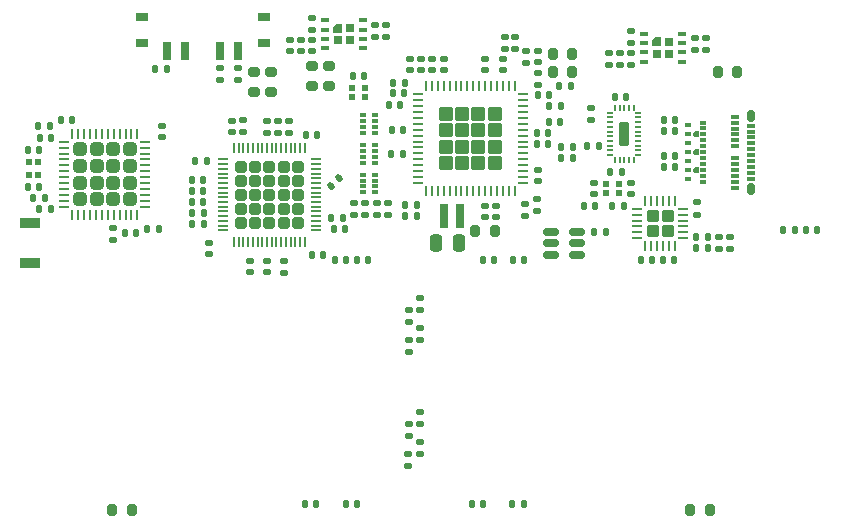
<source format=gbr>
G04 #@! TF.GenerationSoftware,KiCad,Pcbnew,5.99.0-unknown-r23941-4f651901*
G04 #@! TF.CreationDate,2020-11-30T00:39:53+01:00*
G04 #@! TF.ProjectId,whisperbounce,77686973-7065-4726-926f-756e63652e6b,rev?*
G04 #@! TF.SameCoordinates,Original*
G04 #@! TF.FileFunction,Paste,Top*
G04 #@! TF.FilePolarity,Positive*
%FSLAX46Y46*%
G04 Gerber Fmt 4.6, Leading zero omitted, Abs format (unit mm)*
G04 Created by KiCad (PCBNEW 5.99.0-unknown-r23941-4f651901) date 2020-11-30 00:39:53*
%MOMM*%
%LPD*%
G01*
G04 APERTURE LIST*
G04 Aperture macros list*
%AMRoundRect*
0 Rectangle with rounded corners*
0 $1 Rounding radius*
0 $2 $3 $4 $5 $6 $7 $8 $9 X,Y pos of 4 corners*
0 Add a 4 corners polygon primitive as box body*
4,1,4,$2,$3,$4,$5,$6,$7,$8,$9,$2,$3,0*
0 Add four circle primitives for the rounded corners*
1,1,$1+$1,$2,$3,0*
1,1,$1+$1,$4,$5,0*
1,1,$1+$1,$6,$7,0*
1,1,$1+$1,$8,$9,0*
0 Add four rect primitives between the rounded corners*
20,1,$1+$1,$2,$3,$4,$5,0*
20,1,$1+$1,$4,$5,$6,$7,0*
20,1,$1+$1,$6,$7,$8,$9,0*
20,1,$1+$1,$8,$9,$2,$3,0*%
G04 Aperture macros list end*
%ADD10RoundRect,0.140000X0.140000X0.170000X-0.140000X0.170000X-0.140000X-0.170000X0.140000X-0.170000X0*%
%ADD11R,0.750000X0.750000*%
%ADD12R,0.700000X0.400000*%
%ADD13RoundRect,0.140000X-0.140000X-0.170000X0.140000X-0.170000X0.140000X0.170000X-0.140000X0.170000X0*%
%ADD14RoundRect,0.135000X-0.185000X0.135000X-0.185000X-0.135000X0.185000X-0.135000X0.185000X0.135000X0*%
%ADD15RoundRect,0.200000X-0.200000X-0.275000X0.200000X-0.275000X0.200000X0.275000X-0.200000X0.275000X0*%
%ADD16RoundRect,0.200000X-0.275000X0.200000X-0.275000X-0.200000X0.275000X-0.200000X0.275000X0.200000X0*%
%ADD17RoundRect,0.140000X-0.170000X0.140000X-0.170000X-0.140000X0.170000X-0.140000X0.170000X0.140000X0*%
%ADD18RoundRect,0.135000X0.135000X0.185000X-0.135000X0.185000X-0.135000X-0.185000X0.135000X-0.185000X0*%
%ADD19RoundRect,0.135000X0.185000X-0.135000X0.185000X0.135000X-0.185000X0.135000X-0.185000X-0.135000X0*%
%ADD20RoundRect,0.140000X0.170000X-0.140000X0.170000X0.140000X-0.170000X0.140000X-0.170000X-0.140000X0*%
%ADD21RoundRect,0.147500X0.147500X0.172500X-0.147500X0.172500X-0.147500X-0.172500X0.147500X-0.172500X0*%
%ADD22RoundRect,0.135000X-0.135000X-0.185000X0.135000X-0.185000X0.135000X0.185000X-0.135000X0.185000X0*%
%ADD23R,0.600000X0.500000*%
%ADD24R,0.500000X0.450000*%
%ADD25R,0.500000X0.300000*%
%ADD26RoundRect,0.250000X-0.315000X-0.315000X0.315000X-0.315000X0.315000X0.315000X-0.315000X0.315000X0*%
%ADD27RoundRect,0.062500X-0.375000X-0.062500X0.375000X-0.062500X0.375000X0.062500X-0.375000X0.062500X0*%
%ADD28RoundRect,0.062500X-0.062500X-0.375000X0.062500X-0.375000X0.062500X0.375000X-0.062500X0.375000X0*%
%ADD29R,0.500000X0.600000*%
%ADD30R,0.650000X2.000000*%
%AMFp31*
4,1,18,0.050000,0.250000,0.069134,0.246194,0.085355,0.235354,0.096194,0.219133,0.100000,0.199999,0.099999,-0.200000,0.096193,-0.219134,0.085354,-0.235355,0.069133,-0.246194,0.049999,-0.250000,-0.050000,-0.250000,-0.069134,-0.246194,-0.085355,-0.235354,-0.096194,-0.219133,-0.100000,-0.199999,-0.099999,0.160000,-0.009999,0.250000,0.050000,0.250000,0.050000,0.250000,$1*%
%ADD31Fp31,270.000000*%
%ADD32RoundRect,0.050000X-0.200000X0.050000X-0.200000X-0.050000X0.200000X-0.050000X0.200000X0.050000X0*%
%AMFp33*
4,1,18,0.096193,-0.219134,0.085354,-0.235355,0.069133,-0.246194,0.049999,-0.250000,-0.050000,-0.250000,-0.069134,-0.246194,-0.085355,-0.235354,-0.096194,-0.219133,-0.100000,-0.199999,-0.099999,0.200000,-0.096193,0.219134,-0.085354,0.235355,-0.069133,0.246194,-0.049999,0.250000,0.010000,0.250000,0.100000,0.159999,0.099999,-0.200000,0.096193,-0.219134,0.096193,-0.219134,$1*%
%ADD33Fp33,270.000000*%
%AMFp34*
4,1,18,0.050000,0.250000,0.069134,0.246194,0.085355,0.235355,0.096194,0.219134,0.100000,0.200000,0.100000,-0.200000,0.096194,-0.219134,0.085355,-0.235355,0.069134,-0.246194,0.050000,-0.250000,-0.050000,-0.250000,-0.069134,-0.246194,-0.085355,-0.235355,-0.096194,-0.219134,-0.100000,-0.200000,-0.100000,0.160000,-0.010000,0.250000,0.050000,0.250000,0.050000,0.250000,$1*%
%ADD34Fp34,0.000000*%
%ADD35RoundRect,0.050000X-0.050000X-0.200000X0.050000X-0.200000X0.050000X0.200000X-0.050000X0.200000X0*%
%AMFp36*
4,1,18,0.096194,-0.219134,0.085355,-0.235355,0.069134,-0.246194,0.050000,-0.250000,-0.050000,-0.250000,-0.069134,-0.246194,-0.085355,-0.235355,-0.096194,-0.219134,-0.100000,-0.200000,-0.100000,0.200000,-0.096194,0.219134,-0.085355,0.235355,-0.069134,0.246194,-0.050000,0.250000,0.010000,0.250000,0.100000,0.160000,0.100000,-0.200000,0.096194,-0.219134,0.096194,-0.219134,$1*%
%ADD36Fp36,0.000000*%
%AMFp37*
4,1,18,0.050000,0.250000,0.069134,0.246194,0.085355,0.235355,0.096194,0.219134,0.100000,0.200000,0.099999,-0.200000,0.096193,-0.219134,0.085354,-0.235355,0.069133,-0.246194,0.049999,-0.250000,-0.050000,-0.250000,-0.069134,-0.246194,-0.085355,-0.235355,-0.096194,-0.219134,-0.100000,-0.200000,-0.099999,0.160000,-0.009999,0.250000,0.050000,0.250000,0.050000,0.250000,$1*%
%ADD37Fp37,90.000000*%
%ADD38RoundRect,0.050000X0.200000X-0.050000X0.200000X0.050000X-0.200000X0.050000X-0.200000X-0.050000X0*%
%AMFp39*
4,1,18,0.096193,-0.219134,0.085354,-0.235355,0.069133,-0.246194,0.049999,-0.250000,-0.050000,-0.250000,-0.069134,-0.246194,-0.085355,-0.235355,-0.096194,-0.219134,-0.100000,-0.200000,-0.099999,0.200000,-0.096193,0.219134,-0.085354,0.235355,-0.069133,0.246194,-0.049999,0.250000,0.010000,0.250000,0.100000,0.160000,0.099999,-0.200000,0.096193,-0.219134,0.096193,-0.219134,$1*%
%ADD39Fp39,90.000000*%
%AMFp40*
4,1,18,0.050000,0.250000,0.069134,0.246194,0.085355,0.235355,0.096194,0.219134,0.100000,0.200000,0.099999,-0.200000,0.096193,-0.219134,0.085354,-0.235355,0.069133,-0.246194,0.049999,-0.250000,-0.050000,-0.250000,-0.069134,-0.246194,-0.085355,-0.235355,-0.096194,-0.219134,-0.100000,-0.200000,-0.099999,0.160000,-0.009999,0.250000,0.050000,0.250000,0.050000,0.250000,$1*%
%ADD40Fp40,180.000000*%
%ADD41RoundRect,0.050000X0.050000X0.200000X-0.050000X0.200000X-0.050000X-0.200000X0.050000X-0.200000X0*%
%AMFp42*
4,1,18,0.096193,-0.219134,0.085354,-0.235355,0.069133,-0.246194,0.049999,-0.250000,-0.050000,-0.250000,-0.069134,-0.246194,-0.085355,-0.235355,-0.096194,-0.219134,-0.100000,-0.200000,-0.099999,0.200000,-0.096193,0.219134,-0.085354,0.235355,-0.069133,0.246194,-0.049999,0.250000,0.010000,0.250000,0.100000,0.160000,0.099999,-0.200000,0.096193,-0.219134,0.096193,-0.219134,$1*%
%ADD42Fp42,180.000000*%
%ADD43RoundRect,0.076800X0.307200X0.947200X-0.307200X0.947200X-0.307200X-0.947200X0.307200X-0.947200X0*%
%ADD44RoundRect,0.140000X-0.021213X0.219203X-0.219203X0.021213X0.021213X-0.219203X0.219203X-0.021213X0*%
%ADD45RoundRect,0.250000X0.253488X-0.253488X0.253488X0.253488X-0.253488X0.253488X-0.253488X-0.253488X0*%
%ADD46RoundRect,0.050000X0.050000X-0.350000X0.050000X0.350000X-0.050000X0.350000X-0.050000X-0.350000X0*%
%ADD47RoundRect,0.050000X0.350000X-0.050000X0.350000X0.050000X-0.350000X0.050000X-0.350000X-0.050000X0*%
%ADD48R,0.500000X0.400000*%
%ADD49RoundRect,0.250001X-0.354668X-0.354668X0.354668X-0.354668X0.354668X0.354668X-0.354668X0.354668X0*%
%ADD50RoundRect,0.250000X-0.275000X-0.275000X0.275000X-0.275000X0.275000X0.275000X-0.275000X0.275000X0*%
%ADD51RoundRect,0.062500X-0.350000X-0.062500X0.350000X-0.062500X0.350000X0.062500X-0.350000X0.062500X0*%
%ADD52RoundRect,0.062500X-0.062500X-0.350000X0.062500X-0.350000X0.062500X0.350000X-0.062500X0.350000X0*%
%ADD53RoundRect,0.250000X0.250000X0.475000X-0.250000X0.475000X-0.250000X-0.475000X0.250000X-0.475000X0*%
%ADD54RoundRect,0.200000X0.200000X0.275000X-0.200000X0.275000X-0.200000X-0.275000X0.200000X-0.275000X0*%
%ADD55RoundRect,0.150000X-0.512500X-0.150000X0.512500X-0.150000X0.512500X0.150000X-0.512500X0.150000X0*%
%ADD56RoundRect,0.075000X0.275000X-0.075000X0.275000X0.075000X-0.275000X0.075000X-0.275000X-0.075000X0*%
%ADD57RoundRect,0.175000X0.175000X-0.325000X0.175000X0.325000X-0.175000X0.325000X-0.175000X-0.325000X0*%
%ADD58R,1.700000X0.900000*%
%ADD59R,1.000000X0.800000*%
%ADD60R,0.700000X1.500000*%
G04 APERTURE END LIST*
D10*
G04 #@! TO.C,C13*
X156260000Y-62685000D03*
X155300000Y-62685000D03*
G04 #@! TD*
D11*
G04 #@! TO.C,U8*
X138425000Y-53925000D03*
X139475000Y-52875000D03*
G36*
X138800000Y-53250000D02*
G01*
X138050000Y-53250000D01*
X138050000Y-52750000D01*
X138300000Y-52500000D01*
X138800000Y-52500000D01*
X138800000Y-53250000D01*
G37*
X139475000Y-53925000D03*
D12*
X137350000Y-52200000D03*
X137350000Y-53000000D03*
X137350000Y-53800000D03*
X137350000Y-54600000D03*
X140550000Y-54600000D03*
X140550000Y-53800000D03*
X140550000Y-53000000D03*
X140550000Y-52200000D03*
G04 #@! TD*
D13*
G04 #@! TO.C,C21*
X159560000Y-62840000D03*
X160520000Y-62840000D03*
G04 #@! TD*
D10*
G04 #@! TO.C,C47*
X114121578Y-68176251D03*
X113161578Y-68176251D03*
G04 #@! TD*
G04 #@! TO.C,C84*
X151670000Y-72490000D03*
X150710000Y-72490000D03*
G04 #@! TD*
D14*
G04 #@! TO.C,R17*
X130000000Y-56290000D03*
X130000000Y-57310000D03*
G04 #@! TD*
D10*
G04 #@! TO.C,C12*
X158339999Y-62970000D03*
X157379999Y-62970000D03*
G04 #@! TD*
D15*
G04 #@! TO.C,FB4*
X150075000Y-70050000D03*
X151725000Y-70050000D03*
G04 #@! TD*
D16*
G04 #@! TO.C,FB6*
X137720000Y-56125000D03*
X137720000Y-57775000D03*
G04 #@! TD*
D13*
G04 #@! TO.C,C23*
X156320000Y-60800000D03*
X157280000Y-60800000D03*
G04 #@! TD*
D14*
G04 #@! TO.C,R18*
X128500000Y-56290000D03*
X128500000Y-57310000D03*
G04 #@! TD*
D17*
G04 #@! TO.C,C67*
X134320000Y-60780000D03*
X134320000Y-61740000D03*
G04 #@! TD*
D18*
G04 #@! TO.C,R32*
X127090000Y-68520000D03*
X126070000Y-68520000D03*
G04 #@! TD*
D17*
G04 #@! TO.C,C62*
X133400000Y-60780000D03*
X133400000Y-61740000D03*
G04 #@! TD*
D13*
G04 #@! TO.C,C68*
X126110000Y-67590000D03*
X127070000Y-67590000D03*
G04 #@! TD*
G04 #@! TO.C,C76*
X139745000Y-56925000D03*
X140705000Y-56925000D03*
G04 #@! TD*
D19*
G04 #@! TO.C,R22*
X136275000Y-53010000D03*
X136275000Y-51990000D03*
G04 #@! TD*
D20*
G04 #@! TO.C,C42*
X145500000Y-56430000D03*
X145500000Y-55470000D03*
G04 #@! TD*
D21*
G04 #@! TO.C,D1*
X179055000Y-69930000D03*
X178085000Y-69930000D03*
G04 #@! TD*
D19*
G04 #@! TO.C,R29*
X141725000Y-68735000D03*
X141725000Y-67715000D03*
G04 #@! TD*
D13*
G04 #@! TO.C,C40*
X143120000Y-58400000D03*
X144080000Y-58400000D03*
G04 #@! TD*
D10*
G04 #@! TO.C,C8*
X166990000Y-63680000D03*
X166030000Y-63680000D03*
G04 #@! TD*
D20*
G04 #@! TO.C,C35*
X152450000Y-56430000D03*
X152450000Y-55470000D03*
G04 #@! TD*
D22*
G04 #@! TO.C,R20*
X113090000Y-61200000D03*
X114110000Y-61200000D03*
G04 #@! TD*
D23*
G04 #@! TO.C,X1*
X140725000Y-57950000D03*
X139625000Y-57950000D03*
X139625000Y-58750000D03*
X140725000Y-58750000D03*
G04 #@! TD*
D17*
G04 #@! TO.C,C74*
X134400000Y-53865000D03*
X134400000Y-54825000D03*
G04 #@! TD*
D10*
G04 #@! TO.C,C52*
X121380000Y-70200000D03*
X120420000Y-70200000D03*
G04 #@! TD*
D14*
G04 #@! TO.C,R35*
X145400000Y-87940000D03*
X145400000Y-88960000D03*
G04 #@! TD*
D13*
G04 #@! TO.C,C37*
X157200000Y-57790000D03*
X158160000Y-57790000D03*
G04 #@! TD*
D14*
G04 #@! TO.C,R8*
X168830000Y-67640000D03*
X168830000Y-68660000D03*
G04 #@! TD*
D10*
G04 #@! TO.C,C14*
X158340000Y-63890000D03*
X157380000Y-63890000D03*
G04 #@! TD*
D17*
G04 #@! TO.C,C33*
X150900000Y-67920000D03*
X150900000Y-68880000D03*
G04 #@! TD*
D20*
G04 #@! TO.C,C2*
X169620000Y-54700000D03*
X169620000Y-53740000D03*
G04 #@! TD*
D24*
G04 #@! TO.C,U3*
X169400000Y-65945000D03*
D25*
X169400000Y-65370000D03*
X169400000Y-64870000D03*
X169400000Y-64370000D03*
X169400000Y-63870000D03*
X169400000Y-63370000D03*
X169400000Y-62870000D03*
X169400000Y-62370000D03*
X169400000Y-61870000D03*
X169400000Y-61370000D03*
X169400000Y-60870000D03*
X168100000Y-61120000D03*
X168100000Y-61870000D03*
X168100000Y-62620000D03*
X168100000Y-63370000D03*
X168100000Y-64120000D03*
X168100000Y-64870000D03*
X168100000Y-65620000D03*
G36*
X168650001Y-64620000D02*
G01*
X169000000Y-64620001D01*
X168999999Y-65120000D01*
X168650000Y-65120000D01*
X168500000Y-64969999D01*
X168500000Y-64770000D01*
X168650001Y-64620000D01*
G37*
G36*
X168650001Y-63120000D02*
G01*
X169000000Y-63120001D01*
X168999999Y-63620000D01*
X168650000Y-63620000D01*
X168500000Y-63469999D01*
X168500000Y-63270000D01*
X168650001Y-63120000D01*
G37*
G36*
X168650001Y-61620000D02*
G01*
X169000000Y-61620001D01*
X168999999Y-62120000D01*
X168650000Y-62120000D01*
X168500000Y-61969999D01*
X168500000Y-61770000D01*
X168650001Y-61620000D01*
G37*
G04 #@! TD*
D26*
G04 #@! TO.C,U7*
X116620000Y-64550000D03*
X119420000Y-63150000D03*
X116620000Y-67350000D03*
X120820000Y-67350000D03*
X119420000Y-64550000D03*
X120820000Y-65950000D03*
X120820000Y-63150000D03*
X119420000Y-65950000D03*
X118020000Y-64550000D03*
X118020000Y-67350000D03*
X118020000Y-65950000D03*
X119420000Y-67350000D03*
X118020000Y-63150000D03*
X120820000Y-64550000D03*
X116620000Y-63150000D03*
X116620000Y-65950000D03*
D27*
X115282500Y-62500000D03*
X115282500Y-63000000D03*
X115282500Y-63500000D03*
X115282500Y-64000000D03*
X115282500Y-64500000D03*
X115282500Y-65000000D03*
X115282500Y-65500000D03*
X115282500Y-66000000D03*
X115282500Y-66500000D03*
X115282500Y-67000000D03*
X115282500Y-67500000D03*
X115282500Y-68000000D03*
D28*
X115970000Y-68687500D03*
X116470000Y-68687500D03*
X116970000Y-68687500D03*
X117470000Y-68687500D03*
X117970000Y-68687500D03*
X118470000Y-68687500D03*
X118970000Y-68687500D03*
X119470000Y-68687500D03*
X119970000Y-68687500D03*
X120470000Y-68687500D03*
X120970000Y-68687500D03*
X121470000Y-68687500D03*
D27*
X122157500Y-68000000D03*
X122157500Y-67500000D03*
X122157500Y-67000000D03*
X122157500Y-66500000D03*
X122157500Y-66000000D03*
X122157500Y-65500000D03*
X122157500Y-65000000D03*
X122157500Y-64500000D03*
X122157500Y-64000000D03*
X122157500Y-63500000D03*
X122157500Y-63000000D03*
X122157500Y-62500000D03*
D28*
X121470000Y-61812500D03*
X120970000Y-61812500D03*
X120470000Y-61812500D03*
X119970000Y-61812500D03*
X119470000Y-61812500D03*
X118970000Y-61812500D03*
X118470000Y-61812500D03*
X117970000Y-61812500D03*
X117470000Y-61812500D03*
X116970000Y-61812500D03*
X116470000Y-61812500D03*
X115970000Y-61812500D03*
G04 #@! TD*
D13*
G04 #@! TO.C,C81*
X149770000Y-93200000D03*
X150730000Y-93200000D03*
G04 #@! TD*
D22*
G04 #@! TO.C,R37*
X176160000Y-69940000D03*
X177180000Y-69940000D03*
G04 #@! TD*
D10*
G04 #@! TO.C,C78*
X139130000Y-72490000D03*
X138170000Y-72490000D03*
G04 #@! TD*
G04 #@! TO.C,C49*
X113150000Y-63175000D03*
X112190000Y-63175000D03*
G04 #@! TD*
D20*
G04 #@! TO.C,C41*
X146450000Y-56430000D03*
X146450000Y-55470000D03*
G04 #@! TD*
D10*
G04 #@! TO.C,C32*
X145130000Y-67850000D03*
X144170000Y-67850000D03*
G04 #@! TD*
D14*
G04 #@! TO.C,R10*
X155400000Y-56640000D03*
X155400000Y-57660000D03*
G04 #@! TD*
D13*
G04 #@! TO.C,C50*
X112190000Y-66350000D03*
X113150000Y-66350000D03*
G04 #@! TD*
D16*
G04 #@! TO.C,FB8*
X131350000Y-56615000D03*
X131350000Y-58265000D03*
G04 #@! TD*
D13*
G04 #@! TO.C,C1*
X161900000Y-58670000D03*
X162860000Y-58670000D03*
G04 #@! TD*
D29*
G04 #@! TO.C,Y2*
X113070000Y-65300000D03*
X113070000Y-64200000D03*
X112270000Y-64200000D03*
X112270000Y-65300000D03*
G04 #@! TD*
D10*
G04 #@! TO.C,C25*
X143980000Y-61500000D03*
X143020000Y-61500000D03*
G04 #@! TD*
D14*
G04 #@! TO.C,R15*
X154300000Y-67790000D03*
X154300000Y-68810000D03*
G04 #@! TD*
D20*
G04 #@! TO.C,C48*
X123550000Y-62130000D03*
X123550000Y-61170000D03*
G04 #@! TD*
D19*
G04 #@! TO.C,R34*
X144450000Y-87410000D03*
X144450000Y-86390000D03*
G04 #@! TD*
D13*
G04 #@! TO.C,C46*
X122320000Y-69900000D03*
X123280000Y-69900000D03*
G04 #@! TD*
G04 #@! TO.C,C60*
X126380000Y-64120000D03*
X127340000Y-64120000D03*
G04 #@! TD*
D20*
G04 #@! TO.C,C36*
X144550000Y-56430000D03*
X144550000Y-55470000D03*
G04 #@! TD*
D10*
G04 #@! TO.C,C5*
X166990000Y-64600000D03*
X166030000Y-64600000D03*
G04 #@! TD*
D19*
G04 #@! TO.C,R31*
X139825000Y-68735000D03*
X139825000Y-67715000D03*
G04 #@! TD*
D10*
G04 #@! TO.C,C63*
X139050000Y-69880000D03*
X138090000Y-69880000D03*
G04 #@! TD*
D30*
G04 #@! TO.C,L1*
X147425000Y-68800000D03*
X148775000Y-68800000D03*
G04 #@! TD*
D10*
G04 #@! TO.C,C29*
X143930000Y-63500000D03*
X142970000Y-63500000D03*
G04 #@! TD*
D18*
G04 #@! TO.C,R7*
X162540000Y-65050000D03*
X161520000Y-65050000D03*
G04 #@! TD*
D17*
G04 #@! TO.C,C75*
X129460000Y-60715000D03*
X129460000Y-61675000D03*
G04 #@! TD*
D14*
G04 #@! TO.C,R11*
X154400000Y-54815000D03*
X154400000Y-55835000D03*
G04 #@! TD*
D13*
G04 #@! TO.C,C45*
X115020000Y-60650000D03*
X115980000Y-60650000D03*
G04 #@! TD*
D31*
G04 #@! TO.C,U2*
X161500000Y-60030000D03*
D32*
X161500000Y-60430000D03*
X161500000Y-60830000D03*
X161500000Y-61230000D03*
X161500000Y-61630000D03*
X161500000Y-62030000D03*
X161500000Y-62430000D03*
X161500000Y-62830000D03*
X161500000Y-63230000D03*
D33*
X161500000Y-63630000D03*
D34*
X161900000Y-64030000D03*
D35*
X162300000Y-64030000D03*
X162700000Y-64030000D03*
X163100000Y-64030000D03*
D36*
X163500000Y-64030000D03*
D37*
X163900000Y-63630000D03*
D38*
X163900000Y-63230000D03*
X163900000Y-62830000D03*
X163900000Y-62430000D03*
X163900000Y-62030000D03*
X163900000Y-61630000D03*
X163900000Y-61230000D03*
X163900000Y-60830000D03*
X163900000Y-60430000D03*
D39*
X163900000Y-60030000D03*
D40*
X163500000Y-59630000D03*
D41*
X163100000Y-59630000D03*
X162700000Y-59630000D03*
X162300000Y-59630000D03*
D42*
X161900000Y-59630000D03*
D43*
X162700000Y-61830000D03*
G04 #@! TD*
D10*
G04 #@! TO.C,C71*
X138850000Y-68960000D03*
X137890000Y-68960000D03*
G04 #@! TD*
G04 #@! TO.C,C44*
X114180000Y-62200000D03*
X113220000Y-62200000D03*
G04 #@! TD*
D44*
G04 #@! TO.C,C64*
X138514411Y-65560589D03*
X137835589Y-66239411D03*
G04 #@! TD*
D10*
G04 #@! TO.C,C82*
X154190000Y-93200000D03*
X153230000Y-93200000D03*
G04 #@! TD*
D45*
G04 #@! TO.C,U9*
X131450000Y-64600000D03*
X130250000Y-68200000D03*
X133850000Y-69400000D03*
X131450000Y-67000000D03*
X130250000Y-67000000D03*
X132650000Y-64600000D03*
X133850000Y-65800000D03*
X133850000Y-64600000D03*
X132650000Y-68200000D03*
X132650000Y-69400000D03*
X135050000Y-68200000D03*
X130250000Y-64600000D03*
X133850000Y-67000000D03*
X135050000Y-65800000D03*
X131450000Y-65800000D03*
X132650000Y-65800000D03*
X131450000Y-69400000D03*
X135050000Y-69400000D03*
X133850000Y-68200000D03*
X131450000Y-68200000D03*
X135050000Y-64600000D03*
X135050000Y-67000000D03*
X130250000Y-69400000D03*
X132650000Y-67000000D03*
X130250000Y-65800000D03*
D46*
X129650000Y-70950000D03*
X130050000Y-70950000D03*
X130450000Y-70950000D03*
X130850000Y-70950000D03*
X131250000Y-70950000D03*
X131650000Y-70950000D03*
X132050000Y-70950000D03*
X132450000Y-70950000D03*
X132850000Y-70950000D03*
X133250000Y-70950000D03*
X133650000Y-70950000D03*
X134050000Y-70950000D03*
X134450000Y-70950000D03*
X134850000Y-70950000D03*
X135250000Y-70950000D03*
X135650000Y-70950000D03*
D47*
X136600000Y-70000000D03*
X136600000Y-69600000D03*
X136600000Y-69200000D03*
X136600000Y-68800000D03*
X136600000Y-68400000D03*
X136600000Y-68000000D03*
X136600000Y-67600000D03*
X136600000Y-67200000D03*
X136600000Y-66800000D03*
X136600000Y-66400000D03*
X136600000Y-66000000D03*
X136600000Y-65600000D03*
X136600000Y-65200000D03*
X136600000Y-64800000D03*
X136600000Y-64400000D03*
X136600000Y-64000000D03*
D46*
X135650000Y-63050000D03*
X135250000Y-63050000D03*
X134850000Y-63050000D03*
X134450000Y-63050000D03*
X134050000Y-63050000D03*
X133650000Y-63050000D03*
X133250000Y-63050000D03*
X132850000Y-63050000D03*
X132450000Y-63050000D03*
X132050000Y-63050000D03*
X131650000Y-63050000D03*
X131250000Y-63050000D03*
X130850000Y-63050000D03*
X130450000Y-63050000D03*
X130050000Y-63050000D03*
X129650000Y-63050000D03*
D47*
X128700000Y-64000000D03*
X128700000Y-64400000D03*
X128700000Y-64800000D03*
X128700000Y-65200000D03*
X128700000Y-65600000D03*
X128700000Y-66000000D03*
X128700000Y-66400000D03*
X128700000Y-66800000D03*
X128700000Y-67200000D03*
X128700000Y-67600000D03*
X128700000Y-68000000D03*
X128700000Y-68400000D03*
X128700000Y-68800000D03*
X128700000Y-69200000D03*
X128700000Y-69600000D03*
X128700000Y-70000000D03*
G04 #@! TD*
D48*
G04 #@! TO.C,RN4*
X140580000Y-60250000D03*
D25*
X140580000Y-60750000D03*
X140580000Y-61250000D03*
D48*
X140580000Y-61750000D03*
X141580000Y-61750000D03*
D25*
X141580000Y-61250000D03*
X141580000Y-60750000D03*
D48*
X141580000Y-60250000D03*
G04 #@! TD*
D18*
G04 #@! TO.C,R19*
X123960000Y-56350000D03*
X122940000Y-56350000D03*
G04 #@! TD*
D48*
G04 #@! TO.C,RN2*
X140580000Y-65280000D03*
D25*
X140580000Y-65780000D03*
X140580000Y-66280000D03*
D48*
X140580000Y-66780000D03*
X141580000Y-66780000D03*
D25*
X141580000Y-66280000D03*
X141580000Y-65780000D03*
D48*
X141580000Y-65280000D03*
G04 #@! TD*
G04 #@! TO.C,RN3*
X140580000Y-62760000D03*
D25*
X140580000Y-63260000D03*
X140580000Y-63760000D03*
D48*
X140580000Y-64260000D03*
X141580000Y-64260000D03*
D25*
X141580000Y-63760000D03*
X141580000Y-63260000D03*
D48*
X141580000Y-62760000D03*
G04 #@! TD*
D10*
G04 #@! TO.C,C6*
X166990000Y-61600000D03*
X166030000Y-61600000D03*
G04 #@! TD*
G04 #@! TO.C,C9*
X166990000Y-60680000D03*
X166030000Y-60680000D03*
G04 #@! TD*
D23*
G04 #@! TO.C,Y1*
X161140000Y-66870000D03*
X162240000Y-66870000D03*
X162240000Y-66070000D03*
X161140000Y-66070000D03*
G04 #@! TD*
D14*
G04 #@! TO.C,R1*
X171650000Y-70540000D03*
X171650000Y-71560000D03*
G04 #@! TD*
D17*
G04 #@! TO.C,C15*
X160120000Y-65990000D03*
X160120000Y-66950000D03*
G04 #@! TD*
D20*
G04 #@! TO.C,C57*
X133910000Y-73590000D03*
X133910000Y-72630000D03*
G04 #@! TD*
D10*
G04 #@! TO.C,C69*
X137230000Y-72070000D03*
X136270000Y-72070000D03*
G04 #@! TD*
D18*
G04 #@! TO.C,R16*
X145160000Y-68800000D03*
X144140000Y-68800000D03*
G04 #@! TD*
D20*
G04 #@! TO.C,C54*
X132440000Y-73540000D03*
X132440000Y-72580000D03*
G04 #@! TD*
D15*
G04 #@! TO.C,FB10*
X168275000Y-93660000D03*
X169925000Y-93660000D03*
G04 #@! TD*
D17*
G04 #@! TO.C,C30*
X155400000Y-64870000D03*
X155400000Y-65830000D03*
G04 #@! TD*
D20*
G04 #@! TO.C,C61*
X127550000Y-72040000D03*
X127550000Y-71080000D03*
G04 #@! TD*
D49*
G04 #@! TO.C,U6*
X148972500Y-60167500D03*
X148972500Y-61542500D03*
X148972500Y-62917500D03*
X147597500Y-61542500D03*
X147597500Y-64292500D03*
X148972500Y-64292500D03*
X151722500Y-64292500D03*
X150347500Y-61542500D03*
X151722500Y-62917500D03*
X147597500Y-60167500D03*
X150347500Y-62917500D03*
X150347500Y-64292500D03*
X147597500Y-62917500D03*
X151722500Y-60167500D03*
X150347500Y-60167500D03*
X151722500Y-61542500D03*
D27*
X145222500Y-58480000D03*
X145222500Y-58980000D03*
X145222500Y-59480000D03*
X145222500Y-59980000D03*
X145222500Y-60480000D03*
X145222500Y-60980000D03*
X145222500Y-61480000D03*
X145222500Y-61980000D03*
X145222500Y-62480000D03*
X145222500Y-62980000D03*
X145222500Y-63480000D03*
X145222500Y-63980000D03*
X145222500Y-64480000D03*
X145222500Y-64980000D03*
X145222500Y-65480000D03*
X145222500Y-65980000D03*
D28*
X145910000Y-66667500D03*
X146410000Y-66667500D03*
X146910000Y-66667500D03*
X147410000Y-66667500D03*
X147910000Y-66667500D03*
X148410000Y-66667500D03*
X148910000Y-66667500D03*
X149410000Y-66667500D03*
X149910000Y-66667500D03*
X150410000Y-66667500D03*
X150910000Y-66667500D03*
X151410000Y-66667500D03*
X151910000Y-66667500D03*
X152410000Y-66667500D03*
X152910000Y-66667500D03*
X153410000Y-66667500D03*
D27*
X154097500Y-65980000D03*
X154097500Y-65480000D03*
X154097500Y-64980000D03*
X154097500Y-64480000D03*
X154097500Y-63980000D03*
X154097500Y-63480000D03*
X154097500Y-62980000D03*
X154097500Y-62480000D03*
X154097500Y-61980000D03*
X154097500Y-61480000D03*
X154097500Y-60980000D03*
X154097500Y-60480000D03*
X154097500Y-59980000D03*
X154097500Y-59480000D03*
X154097500Y-58980000D03*
X154097500Y-58480000D03*
D28*
X153410000Y-57792500D03*
X152910000Y-57792500D03*
X152410000Y-57792500D03*
X151910000Y-57792500D03*
X151410000Y-57792500D03*
X150910000Y-57792500D03*
X150410000Y-57792500D03*
X149910000Y-57792500D03*
X149410000Y-57792500D03*
X148910000Y-57792500D03*
X148410000Y-57792500D03*
X147910000Y-57792500D03*
X147410000Y-57792500D03*
X146910000Y-57792500D03*
X146410000Y-57792500D03*
X145910000Y-57792500D03*
G04 #@! TD*
D17*
G04 #@! TO.C,C19*
X163250000Y-55000000D03*
X163250000Y-55960000D03*
G04 #@! TD*
D50*
G04 #@! TO.C,U4*
X165090000Y-68770000D03*
X166390000Y-70070000D03*
X165090000Y-70070000D03*
X166390000Y-68770000D03*
D51*
X163802500Y-68170000D03*
X163802500Y-68670000D03*
X163802500Y-69170000D03*
X163802500Y-69670000D03*
X163802500Y-70170000D03*
X163802500Y-70670000D03*
D52*
X164490000Y-71357500D03*
X164990000Y-71357500D03*
X165490000Y-71357500D03*
X165990000Y-71357500D03*
X166490000Y-71357500D03*
X166990000Y-71357500D03*
D51*
X167677500Y-70670000D03*
X167677500Y-70170000D03*
X167677500Y-69670000D03*
X167677500Y-69170000D03*
X167677500Y-68670000D03*
X167677500Y-68170000D03*
D52*
X166990000Y-67482500D03*
X166490000Y-67482500D03*
X165990000Y-67482500D03*
X165490000Y-67482500D03*
X164990000Y-67482500D03*
X164490000Y-67482500D03*
G04 #@! TD*
D20*
G04 #@! TO.C,C55*
X141625000Y-53605000D03*
X141625000Y-52645000D03*
G04 #@! TD*
D10*
G04 #@! TO.C,C80*
X140090000Y-93170000D03*
X139130000Y-93170000D03*
G04 #@! TD*
D17*
G04 #@! TO.C,C65*
X132470000Y-60780000D03*
X132470000Y-61740000D03*
G04 #@! TD*
D10*
G04 #@! TO.C,C70*
X136720000Y-61940000D03*
X135760000Y-61940000D03*
G04 #@! TD*
D19*
G04 #@! TO.C,R28*
X142675000Y-68735000D03*
X142675000Y-67715000D03*
G04 #@! TD*
D14*
G04 #@! TO.C,R27*
X145400000Y-75740000D03*
X145400000Y-76760000D03*
G04 #@! TD*
D17*
G04 #@! TO.C,C73*
X135325000Y-53870000D03*
X135325000Y-54830000D03*
G04 #@! TD*
D14*
G04 #@! TO.C,R36*
X145400000Y-78290000D03*
X145400000Y-79310000D03*
G04 #@! TD*
D53*
G04 #@! TO.C,C43*
X148675000Y-71075000D03*
X146775000Y-71075000D03*
G04 #@! TD*
D54*
G04 #@! TO.C,FB2*
X172245000Y-56600000D03*
X170595000Y-56600000D03*
G04 #@! TD*
D19*
G04 #@! TO.C,R12*
X155310000Y-68330000D03*
X155310000Y-67310000D03*
G04 #@! TD*
D13*
G04 #@! TO.C,C79*
X135640000Y-93160000D03*
X136600000Y-93160000D03*
G04 #@! TD*
D10*
G04 #@! TO.C,C20*
X143730000Y-59350000D03*
X142770000Y-59350000D03*
G04 #@! TD*
D17*
G04 #@! TO.C,C7*
X161370000Y-55000000D03*
X161370000Y-55960000D03*
G04 #@! TD*
D10*
G04 #@! TO.C,C17*
X165070000Y-72480000D03*
X164110000Y-72480000D03*
G04 #@! TD*
D19*
G04 #@! TO.C,R2*
X170710000Y-71560000D03*
X170710000Y-70540000D03*
G04 #@! TD*
D55*
G04 #@! TO.C,U5*
X156462500Y-70150000D03*
X156462500Y-71100000D03*
X156462500Y-72050000D03*
X158737500Y-72050000D03*
X158737500Y-71100000D03*
X158737500Y-70150000D03*
G04 #@! TD*
D19*
G04 #@! TO.C,R30*
X140775000Y-68735000D03*
X140775000Y-67715000D03*
G04 #@! TD*
D14*
G04 #@! TO.C,R21*
X119450000Y-69790000D03*
X119450000Y-70810000D03*
G04 #@! TD*
D56*
G04 #@! TO.C,J1*
X172110000Y-66380000D03*
X172110000Y-65880000D03*
X172110000Y-65380000D03*
X172110000Y-64880000D03*
X172110000Y-64380000D03*
X172110000Y-63880000D03*
X172110000Y-62880000D03*
X172110000Y-62380000D03*
X172110000Y-61880000D03*
X172110000Y-61380000D03*
X172110000Y-60880000D03*
X172110000Y-60380000D03*
D57*
X173420000Y-60280000D03*
D56*
X173420000Y-61130000D03*
X173420000Y-61630000D03*
X173420000Y-62130000D03*
X173420000Y-62630000D03*
X173420000Y-63130000D03*
X173420000Y-63630000D03*
X173420000Y-64130000D03*
X173420000Y-64630000D03*
X173420000Y-65130000D03*
X173420000Y-65630000D03*
D57*
X173420000Y-66480000D03*
G04 #@! TD*
D18*
G04 #@! TO.C,R5*
X169820000Y-70590000D03*
X168800000Y-70590000D03*
G04 #@! TD*
D20*
G04 #@! TO.C,C22*
X153475000Y-54605000D03*
X153475000Y-53645000D03*
G04 #@! TD*
G04 #@! TO.C,C4*
X163250000Y-66940000D03*
X163250000Y-65980000D03*
G04 #@! TD*
D13*
G04 #@! TO.C,C59*
X126120000Y-69450000D03*
X127080000Y-69450000D03*
G04 #@! TD*
G04 #@! TO.C,C38*
X160170000Y-70175000D03*
X161130000Y-70175000D03*
G04 #@! TD*
D20*
G04 #@! TO.C,C26*
X152575000Y-54605000D03*
X152575000Y-53645000D03*
G04 #@! TD*
D17*
G04 #@! TO.C,C72*
X136275000Y-53870000D03*
X136275000Y-54830000D03*
G04 #@! TD*
D20*
G04 #@! TO.C,C3*
X168700000Y-54700000D03*
X168700000Y-53740000D03*
G04 #@! TD*
D16*
G04 #@! TO.C,FB7*
X136220000Y-56125000D03*
X136220000Y-57775000D03*
G04 #@! TD*
D10*
G04 #@! TO.C,C11*
X156260000Y-61775000D03*
X155300000Y-61775000D03*
G04 #@! TD*
D16*
G04 #@! TO.C,FB5*
X132810000Y-56615000D03*
X132810000Y-58265000D03*
G04 #@! TD*
D19*
G04 #@! TO.C,R23*
X130410000Y-61680000D03*
X130410000Y-60660000D03*
G04 #@! TD*
D20*
G04 #@! TO.C,C66*
X131030000Y-73560000D03*
X131030000Y-72600000D03*
G04 #@! TD*
G04 #@! TO.C,C27*
X147400000Y-56430000D03*
X147400000Y-55470000D03*
G04 #@! TD*
D13*
G04 #@! TO.C,C39*
X155370000Y-58550000D03*
X156330000Y-58550000D03*
G04 #@! TD*
D20*
G04 #@! TO.C,C24*
X150900000Y-56430000D03*
X150900000Y-55470000D03*
G04 #@! TD*
D17*
G04 #@! TO.C,C10*
X162310000Y-55000000D03*
X162310000Y-55960000D03*
G04 #@! TD*
G04 #@! TO.C,U1*
G36*
X165820000Y-54390000D02*
G01*
X165070000Y-54390000D01*
X165070000Y-53890000D01*
X165320000Y-53640000D01*
X165820000Y-53640000D01*
X165820000Y-54390000D01*
G37*
D11*
X165445000Y-55065000D03*
X166495000Y-55065000D03*
X166495000Y-54015000D03*
D12*
X164370000Y-53340000D03*
X164370000Y-54140000D03*
X164370000Y-54940000D03*
X164370000Y-55740000D03*
X167570000Y-55740000D03*
X167570000Y-54940000D03*
X167570000Y-54140000D03*
X167570000Y-53340000D03*
G04 #@! TD*
D19*
G04 #@! TO.C,R24*
X144450000Y-80285000D03*
X144450000Y-79265000D03*
G04 #@! TD*
D13*
G04 #@! TO.C,C51*
X112670000Y-67250000D03*
X113630000Y-67250000D03*
G04 #@! TD*
D54*
G04 #@! TO.C,FB3*
X158275000Y-55100000D03*
X156625000Y-55100000D03*
G04 #@! TD*
D19*
G04 #@! TO.C,R33*
X144450000Y-77760000D03*
X144450000Y-76740000D03*
G04 #@! TD*
D13*
G04 #@! TO.C,C56*
X126100000Y-66670000D03*
X127060000Y-66670000D03*
G04 #@! TD*
D54*
G04 #@! TO.C,FB9*
X120995000Y-93650000D03*
X119345000Y-93650000D03*
G04 #@! TD*
D19*
G04 #@! TO.C,R9*
X163250000Y-54140000D03*
X163250000Y-53120000D03*
G04 #@! TD*
D10*
G04 #@! TO.C,C77*
X141010000Y-72490000D03*
X140050000Y-72490000D03*
G04 #@! TD*
D14*
G04 #@! TO.C,R26*
X145400000Y-85365000D03*
X145400000Y-86385000D03*
G04 #@! TD*
D20*
G04 #@! TO.C,C53*
X142550000Y-53605000D03*
X142550000Y-52645000D03*
G04 #@! TD*
D10*
G04 #@! TO.C,C18*
X160240000Y-67950000D03*
X159280000Y-67950000D03*
G04 #@! TD*
D17*
G04 #@! TO.C,C28*
X151850000Y-67920000D03*
X151850000Y-68880000D03*
G04 #@! TD*
D10*
G04 #@! TO.C,C16*
X166950000Y-72470000D03*
X165990000Y-72470000D03*
G04 #@! TD*
D19*
G04 #@! TO.C,R25*
X144425000Y-89935000D03*
X144425000Y-88915000D03*
G04 #@! TD*
D22*
G04 #@! TO.C,R3*
X161650000Y-67930000D03*
X162670000Y-67930000D03*
G04 #@! TD*
D54*
G04 #@! TO.C,FB1*
X158275000Y-56600000D03*
X156625000Y-56600000D03*
G04 #@! TD*
D58*
G04 #@! TO.C,SW2*
X112390000Y-72800000D03*
X112390000Y-69400000D03*
G04 #@! TD*
D20*
G04 #@! TO.C,C34*
X155400000Y-55780000D03*
X155400000Y-54820000D03*
G04 #@! TD*
D18*
G04 #@! TO.C,R4*
X169820000Y-71530000D03*
X168800000Y-71530000D03*
G04 #@! TD*
D59*
G04 #@! TO.C,SW1*
X121860000Y-54170000D03*
X121860000Y-51960000D03*
X132160000Y-51960000D03*
X132160000Y-54170000D03*
D60*
X130010000Y-54820000D03*
X128510000Y-54820000D03*
X125510000Y-54820000D03*
X124010000Y-54820000D03*
G04 #@! TD*
D18*
G04 #@! TO.C,R13*
X157360000Y-59500000D03*
X156340000Y-59500000D03*
G04 #@! TD*
D13*
G04 #@! TO.C,C58*
X126110000Y-65750000D03*
X127070000Y-65750000D03*
G04 #@! TD*
D14*
G04 #@! TO.C,R6*
X159870000Y-59650000D03*
X159870000Y-60670000D03*
G04 #@! TD*
D22*
G04 #@! TO.C,R14*
X143090000Y-57500000D03*
X144110000Y-57500000D03*
G04 #@! TD*
D10*
G04 #@! TO.C,C83*
X154200000Y-72480000D03*
X153240000Y-72480000D03*
G04 #@! TD*
M02*

</source>
